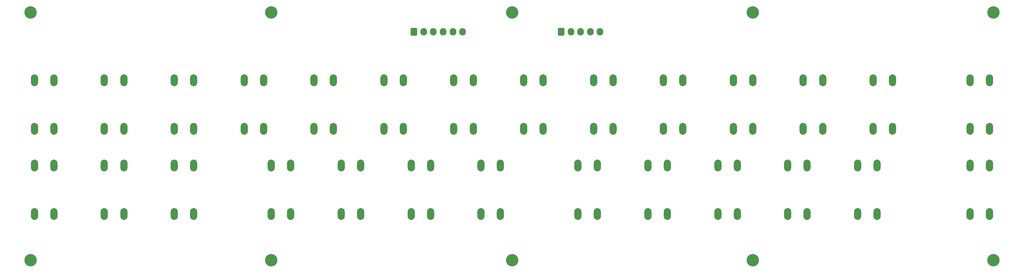
<source format=gbr>
%TF.GenerationSoftware,KiCad,Pcbnew,(6.0.8)*%
%TF.CreationDate,2022-12-29T19:12:47+02:00*%
%TF.ProjectId,mahjong_control_panel,6d61686a-6f6e-4675-9f63-6f6e74726f6c,rev?*%
%TF.SameCoordinates,Original*%
%TF.FileFunction,Soldermask,Top*%
%TF.FilePolarity,Negative*%
%FSLAX46Y46*%
G04 Gerber Fmt 4.6, Leading zero omitted, Abs format (unit mm)*
G04 Created by KiCad (PCBNEW (6.0.8)) date 2022-12-29 19:12:47*
%MOMM*%
%LPD*%
G01*
G04 APERTURE LIST*
G04 Aperture macros list*
%AMRoundRect*
0 Rectangle with rounded corners*
0 $1 Rounding radius*
0 $2 $3 $4 $5 $6 $7 $8 $9 X,Y pos of 4 corners*
0 Add a 4 corners polygon primitive as box body*
4,1,4,$2,$3,$4,$5,$6,$7,$8,$9,$2,$3,0*
0 Add four circle primitives for the rounded corners*
1,1,$1+$1,$2,$3*
1,1,$1+$1,$4,$5*
1,1,$1+$1,$6,$7*
1,1,$1+$1,$8,$9*
0 Add four rect primitives between the rounded corners*
20,1,$1+$1,$2,$3,$4,$5,0*
20,1,$1+$1,$4,$5,$6,$7,0*
20,1,$1+$1,$6,$7,$8,$9,0*
20,1,$1+$1,$8,$9,$2,$3,0*%
G04 Aperture macros list end*
%ADD10O,1.850000X3.048000*%
%ADD11C,3.200000*%
%ADD12RoundRect,0.250000X-0.600000X-0.725000X0.600000X-0.725000X0.600000X0.725000X-0.600000X0.725000X0*%
%ADD13O,1.700000X1.950000*%
G04 APERTURE END LIST*
D10*
%TO.C,H*%
X153000000Y-42500000D03*
X153000000Y-55000000D03*
X158000000Y-55000000D03*
X158000000Y-42500000D03*
%TD*%
D11*
%TO.C,REF\u002A\u002A*%
X26000000Y-89000000D03*
%TD*%
%TO.C,REF\u002A\u002A*%
X150000000Y-25000000D03*
%TD*%
D10*
%TO.C,C*%
X63000000Y-55000000D03*
X63000000Y-42500000D03*
X68000000Y-42500000D03*
X68000000Y-55000000D03*
%TD*%
%TO.C,I*%
X171000000Y-55000000D03*
X171000000Y-42500000D03*
X176000000Y-55000000D03*
X176000000Y-42500000D03*
%TD*%
%TO.C,RIICHI*%
X239000000Y-77000000D03*
X239000000Y-64500000D03*
X244000000Y-77000000D03*
X244000000Y-64500000D03*
%TD*%
%TO.C,RON*%
X268000000Y-64500000D03*
X268000000Y-77000000D03*
X273000000Y-77000000D03*
X273000000Y-64500000D03*
%TD*%
%TO.C,KAN*%
X185000000Y-77000000D03*
X185000000Y-64500000D03*
X190000000Y-64500000D03*
X190000000Y-77000000D03*
%TD*%
D11*
%TO.C,REF\u002A\u002A*%
X274000000Y-25000000D03*
%TD*%
%TO.C,REF\u002A\u002A*%
X88000000Y-89000000D03*
%TD*%
D10*
%TO.C,LAST*%
X167000000Y-64500000D03*
X167000000Y-77000000D03*
X172000000Y-64500000D03*
X172000000Y-77000000D03*
%TD*%
%TO.C,D*%
X81000000Y-55000000D03*
X81000000Y-42500000D03*
X86000000Y-55000000D03*
X86000000Y-42500000D03*
%TD*%
%TO.C,K*%
X207000000Y-55000000D03*
X207000000Y-42500000D03*
X212000000Y-55000000D03*
X212000000Y-42500000D03*
%TD*%
%TO.C,PON*%
X203000000Y-77000000D03*
X203000000Y-64500000D03*
X208000000Y-77000000D03*
X208000000Y-64500000D03*
%TD*%
%TO.C,BIG*%
X124000000Y-64500000D03*
X124000000Y-77000000D03*
X129000000Y-77000000D03*
X129000000Y-64500000D03*
%TD*%
%TO.C,N*%
X268000000Y-42500000D03*
X268000000Y-55000000D03*
X273000000Y-42500000D03*
X273000000Y-55000000D03*
%TD*%
%TO.C,F*%
X117000000Y-42500000D03*
X117000000Y-55000000D03*
X122000000Y-55000000D03*
X122000000Y-42500000D03*
%TD*%
%TO.C,TAKE*%
X88000000Y-64500000D03*
X88000000Y-77000000D03*
X93000000Y-77000000D03*
X93000000Y-64500000D03*
%TD*%
%TO.C,G*%
X135000000Y-42500000D03*
X135000000Y-55000000D03*
X140000000Y-55000000D03*
X140000000Y-42500000D03*
%TD*%
D11*
%TO.C,REF\u002A\u002A*%
X88000000Y-25000000D03*
%TD*%
D10*
%TO.C,BET*%
X63000000Y-64500000D03*
X63000000Y-77000000D03*
X68000000Y-64500000D03*
X68000000Y-77000000D03*
%TD*%
D11*
%TO.C,REF\u002A\u002A*%
X212000000Y-25000000D03*
%TD*%
%TO.C,REF\u002A\u002A*%
X274000000Y-89000000D03*
%TD*%
D12*
%TO.C,J2 KEY*%
X124750000Y-30000000D03*
D13*
X127250000Y-30000000D03*
X129750000Y-30000000D03*
X132250000Y-30000000D03*
X134750000Y-30000000D03*
X137250000Y-30000000D03*
%TD*%
D10*
%TO.C,F.F.*%
X27000000Y-64500000D03*
X27000000Y-77000000D03*
X32000000Y-64500000D03*
X32000000Y-77000000D03*
%TD*%
D11*
%TO.C,REF\u002A\u002A*%
X150000000Y-89000000D03*
%TD*%
D10*
%TO.C,WUP*%
X106000000Y-77000000D03*
X106000000Y-64500000D03*
X111000000Y-77000000D03*
X111000000Y-64500000D03*
%TD*%
%TO.C,START*%
X45000000Y-77000000D03*
X45000000Y-64500000D03*
X50000000Y-64500000D03*
X50000000Y-77000000D03*
%TD*%
%TO.C,M*%
X243000000Y-55000000D03*
X243000000Y-42500000D03*
X248000000Y-42500000D03*
X248000000Y-55000000D03*
%TD*%
D11*
%TO.C,REF\u002A\u002A*%
X26000000Y-25000000D03*
%TD*%
D10*
%TO.C,L*%
X225000000Y-42500000D03*
X225000000Y-55000000D03*
X230000000Y-42500000D03*
X230000000Y-55000000D03*
%TD*%
%TO.C,CHI*%
X221000000Y-77000000D03*
X221000000Y-64500000D03*
X226000000Y-64500000D03*
X226000000Y-77000000D03*
%TD*%
%TO.C,B*%
X45000000Y-42500000D03*
X45000000Y-55000000D03*
X50000000Y-42500000D03*
X50000000Y-55000000D03*
%TD*%
%TO.C,A*%
X27000000Y-55000000D03*
X27000000Y-42500000D03*
X32000000Y-55000000D03*
X32000000Y-42500000D03*
%TD*%
D12*
%TO.C,J1 COM*%
X162650000Y-30000000D03*
D13*
X165150000Y-30000000D03*
X167650000Y-30000000D03*
X170150000Y-30000000D03*
X172650000Y-30000000D03*
%TD*%
D10*
%TO.C,E*%
X99000000Y-55000000D03*
X99000000Y-42500000D03*
X104000000Y-55000000D03*
X104000000Y-42500000D03*
%TD*%
%TO.C,SMALL*%
X142000000Y-64500000D03*
X142000000Y-77000000D03*
X147000000Y-64500000D03*
X147000000Y-77000000D03*
%TD*%
D11*
%TO.C,REF\u002A\u002A*%
X212000000Y-89000000D03*
%TD*%
D10*
%TO.C,J*%
X189000000Y-42500000D03*
X189000000Y-55000000D03*
X194000000Y-42500000D03*
X194000000Y-55000000D03*
%TD*%
M02*

</source>
